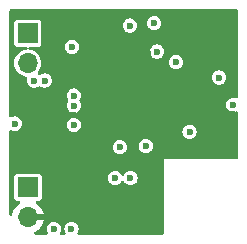
<source format=gbr>
%TF.GenerationSoftware,KiCad,Pcbnew,7.0.10*%
%TF.CreationDate,2024-03-11T17:01:08-07:00*%
%TF.ProjectId,P2.0,50322e30-2e6b-4696-9361-645f70636258,rev?*%
%TF.SameCoordinates,Original*%
%TF.FileFunction,Copper,L2,Inr*%
%TF.FilePolarity,Positive*%
%FSLAX46Y46*%
G04 Gerber Fmt 4.6, Leading zero omitted, Abs format (unit mm)*
G04 Created by KiCad (PCBNEW 7.0.10) date 2024-03-11 17:01:08*
%MOMM*%
%LPD*%
G01*
G04 APERTURE LIST*
%TA.AperFunction,ComponentPad*%
%ADD10R,1.700000X1.700000*%
%TD*%
%TA.AperFunction,ComponentPad*%
%ADD11O,1.700000X1.700000*%
%TD*%
%TA.AperFunction,ViaPad*%
%ADD12C,0.600000*%
%TD*%
%TA.AperFunction,ViaPad*%
%ADD13C,0.800000*%
%TD*%
G04 APERTURE END LIST*
D10*
%TO.N,/EEG-*%
%TO.C,J1*%
X76500000Y-51750000D03*
D11*
%TO.N,/EEG+*%
X76500000Y-54290000D03*
%TD*%
D10*
%TO.N,Net-(BT1-+)*%
%TO.C,BT1*%
X76525000Y-64800000D03*
D11*
%TO.N,GND*%
X76525000Y-67340000D03*
%TD*%
D12*
%TO.N,GND*%
X87450000Y-52300000D03*
X83850000Y-65000000D03*
X83500000Y-61400000D03*
X86650000Y-53400000D03*
X88300000Y-50900000D03*
X77900000Y-59400000D03*
X90350000Y-50900000D03*
X92850000Y-54100000D03*
X79350000Y-56700000D03*
X83700000Y-51050000D03*
X78800000Y-63200000D03*
X80400000Y-58700000D03*
X93900000Y-58600000D03*
X85300000Y-61400000D03*
X89800000Y-51400000D03*
X92350000Y-50850000D03*
X89250000Y-50900000D03*
X76800000Y-63200000D03*
X79100000Y-51050000D03*
X83300000Y-68500000D03*
X86200000Y-51050000D03*
D13*
X91000000Y-61700000D03*
D12*
X84100000Y-68500000D03*
X83300000Y-67800000D03*
X83100000Y-63050000D03*
X79100000Y-52900000D03*
X80450000Y-51950000D03*
X81200000Y-51050000D03*
X91200000Y-55800000D03*
X86600000Y-68500000D03*
%TO.N,+3V3*%
X84300000Y-61400000D03*
X90200000Y-60100000D03*
X83900000Y-64000000D03*
X87450000Y-53300000D03*
X77050000Y-55750000D03*
X80400000Y-59500000D03*
X77950000Y-55750000D03*
X85200000Y-64000000D03*
X80250000Y-52900000D03*
%TO.N,Net-(C3-Pad2)*%
X93900000Y-57800000D03*
%TO.N,Net-(C5-Pad1)*%
X87200000Y-50900000D03*
X86500000Y-61300000D03*
%TO.N,Net-(U2-IN2-)*%
X92700000Y-55500000D03*
%TO.N,STAGE_3_OUT*%
X80400000Y-57025000D03*
X80400000Y-57875000D03*
%TO.N,-3V3*%
X89050000Y-54200000D03*
X85150000Y-51100000D03*
X80200000Y-68300000D03*
X75400000Y-59400000D03*
X78700000Y-68300000D03*
%TD*%
%TA.AperFunction,Conductor*%
%TO.N,GND*%
G36*
X94242539Y-49720185D02*
G01*
X94288294Y-49772989D01*
X94299500Y-49824500D01*
X94299500Y-57129922D01*
X94279815Y-57196961D01*
X94227011Y-57242716D01*
X94157853Y-57252660D01*
X94128048Y-57244483D01*
X94056765Y-57214957D01*
X94056760Y-57214955D01*
X93900001Y-57194318D01*
X93899999Y-57194318D01*
X93743239Y-57214955D01*
X93743237Y-57214956D01*
X93597160Y-57275463D01*
X93471718Y-57371718D01*
X93375463Y-57497160D01*
X93314956Y-57643237D01*
X93314955Y-57643239D01*
X93294318Y-57799998D01*
X93294318Y-57800001D01*
X93314955Y-57956760D01*
X93314956Y-57956762D01*
X93375464Y-58102841D01*
X93471718Y-58228282D01*
X93597159Y-58324536D01*
X93743238Y-58385044D01*
X93821619Y-58395363D01*
X93899999Y-58405682D01*
X93900000Y-58405682D01*
X93900001Y-58405682D01*
X93952254Y-58398802D01*
X94056762Y-58385044D01*
X94128049Y-58355515D01*
X94197516Y-58348047D01*
X94259995Y-58379322D01*
X94295648Y-58439410D01*
X94299500Y-58470077D01*
X94299500Y-62263500D01*
X94279815Y-62330539D01*
X94227011Y-62376294D01*
X94175500Y-62387500D01*
X88000000Y-62387500D01*
X88000000Y-68675500D01*
X87980315Y-68742539D01*
X87927511Y-68788294D01*
X87876000Y-68799500D01*
X80825082Y-68799500D01*
X80758043Y-68779815D01*
X80712288Y-68727011D01*
X80702344Y-68657853D01*
X80722141Y-68610845D01*
X80720472Y-68609881D01*
X80724534Y-68602843D01*
X80724536Y-68602841D01*
X80785044Y-68456762D01*
X80805682Y-68300000D01*
X80785044Y-68143238D01*
X80724536Y-67997159D01*
X80628282Y-67871718D01*
X80502841Y-67775464D01*
X80356762Y-67714956D01*
X80356760Y-67714955D01*
X80200001Y-67694318D01*
X80199999Y-67694318D01*
X80043239Y-67714955D01*
X80043237Y-67714956D01*
X79897160Y-67775463D01*
X79771718Y-67871718D01*
X79675463Y-67997160D01*
X79614956Y-68143237D01*
X79614955Y-68143239D01*
X79594318Y-68299998D01*
X79594318Y-68300001D01*
X79614955Y-68456760D01*
X79614956Y-68456762D01*
X79675465Y-68602843D01*
X79679528Y-68609881D01*
X79677551Y-68611022D01*
X79698489Y-68665193D01*
X79684445Y-68733637D01*
X79635627Y-68783623D01*
X79574918Y-68799500D01*
X79325082Y-68799500D01*
X79258043Y-68779815D01*
X79212288Y-68727011D01*
X79202344Y-68657853D01*
X79222141Y-68610845D01*
X79220472Y-68609881D01*
X79224534Y-68602843D01*
X79224536Y-68602841D01*
X79285044Y-68456762D01*
X79305682Y-68300000D01*
X79285044Y-68143238D01*
X79224536Y-67997159D01*
X79128282Y-67871718D01*
X79002841Y-67775464D01*
X78856762Y-67714956D01*
X78856760Y-67714955D01*
X78700001Y-67694318D01*
X78699999Y-67694318D01*
X78543239Y-67714955D01*
X78543237Y-67714956D01*
X78397160Y-67775463D01*
X78271718Y-67871718D01*
X78175463Y-67997160D01*
X78114956Y-68143237D01*
X78114955Y-68143239D01*
X78094318Y-68299998D01*
X78094318Y-68300001D01*
X78114955Y-68456760D01*
X78114956Y-68456762D01*
X78175465Y-68602843D01*
X78179528Y-68609881D01*
X78177551Y-68611022D01*
X78198489Y-68665193D01*
X78184445Y-68733637D01*
X78135627Y-68783623D01*
X78074918Y-68799500D01*
X77148792Y-68799500D01*
X77081753Y-68779815D01*
X77035998Y-68727011D01*
X77026054Y-68657853D01*
X77055079Y-68594297D01*
X77096387Y-68563118D01*
X77202578Y-68513600D01*
X77396082Y-68378105D01*
X77563105Y-68211082D01*
X77698600Y-68017578D01*
X77798429Y-67803492D01*
X77798432Y-67803486D01*
X77855636Y-67590000D01*
X76958686Y-67590000D01*
X76984493Y-67549844D01*
X77025000Y-67411889D01*
X77025000Y-67268111D01*
X76984493Y-67130156D01*
X76958686Y-67090000D01*
X77855636Y-67090000D01*
X77855635Y-67089999D01*
X77798432Y-66876513D01*
X77798429Y-66876507D01*
X77698600Y-66662422D01*
X77698599Y-66662420D01*
X77563113Y-66468926D01*
X77563108Y-66468920D01*
X77396082Y-66301894D01*
X77216394Y-66176074D01*
X77172769Y-66121496D01*
X77165577Y-66051998D01*
X77197099Y-65989643D01*
X77257329Y-65954230D01*
X77287517Y-65950499D01*
X77419864Y-65950499D01*
X77419879Y-65950497D01*
X77419882Y-65950497D01*
X77444987Y-65947586D01*
X77444988Y-65947585D01*
X77444991Y-65947585D01*
X77547765Y-65902206D01*
X77627206Y-65822765D01*
X77672585Y-65719991D01*
X77675500Y-65694865D01*
X77675499Y-64000001D01*
X83294318Y-64000001D01*
X83314955Y-64156760D01*
X83314956Y-64156762D01*
X83332886Y-64200050D01*
X83375464Y-64302841D01*
X83471718Y-64428282D01*
X83597159Y-64524536D01*
X83743238Y-64585044D01*
X83821619Y-64595363D01*
X83899999Y-64605682D01*
X83900000Y-64605682D01*
X83900001Y-64605682D01*
X83952254Y-64598802D01*
X84056762Y-64585044D01*
X84202841Y-64524536D01*
X84328282Y-64428282D01*
X84424536Y-64302841D01*
X84435439Y-64276519D01*
X84479279Y-64222115D01*
X84545573Y-64200050D01*
X84613273Y-64217329D01*
X84660884Y-64268466D01*
X84664561Y-64276519D01*
X84675462Y-64302838D01*
X84675463Y-64302839D01*
X84675464Y-64302841D01*
X84771718Y-64428282D01*
X84897159Y-64524536D01*
X85043238Y-64585044D01*
X85121619Y-64595363D01*
X85199999Y-64605682D01*
X85200000Y-64605682D01*
X85200001Y-64605682D01*
X85252254Y-64598802D01*
X85356762Y-64585044D01*
X85502841Y-64524536D01*
X85628282Y-64428282D01*
X85724536Y-64302841D01*
X85785044Y-64156762D01*
X85805682Y-64000000D01*
X85793190Y-63905117D01*
X85785044Y-63843239D01*
X85785044Y-63843238D01*
X85724536Y-63697159D01*
X85628282Y-63571718D01*
X85502841Y-63475464D01*
X85356762Y-63414956D01*
X85356760Y-63414955D01*
X85200001Y-63394318D01*
X85199999Y-63394318D01*
X85043239Y-63414955D01*
X85043237Y-63414956D01*
X84897160Y-63475463D01*
X84771718Y-63571718D01*
X84675463Y-63697160D01*
X84664561Y-63723481D01*
X84620720Y-63777884D01*
X84554425Y-63799949D01*
X84486726Y-63782670D01*
X84439116Y-63731532D01*
X84435439Y-63723481D01*
X84424799Y-63697794D01*
X84424536Y-63697159D01*
X84328282Y-63571718D01*
X84202841Y-63475464D01*
X84056762Y-63414956D01*
X84056760Y-63414955D01*
X83900001Y-63394318D01*
X83899999Y-63394318D01*
X83743239Y-63414955D01*
X83743237Y-63414956D01*
X83597160Y-63475463D01*
X83471718Y-63571718D01*
X83375463Y-63697160D01*
X83314956Y-63843237D01*
X83314955Y-63843239D01*
X83294318Y-63999998D01*
X83294318Y-64000001D01*
X77675499Y-64000001D01*
X77675499Y-63905136D01*
X77675497Y-63905117D01*
X77672586Y-63880012D01*
X77672585Y-63880010D01*
X77672585Y-63880009D01*
X77627206Y-63777235D01*
X77547765Y-63697794D01*
X77546327Y-63697159D01*
X77444992Y-63652415D01*
X77419865Y-63649500D01*
X75630143Y-63649500D01*
X75630117Y-63649502D01*
X75605012Y-63652413D01*
X75605008Y-63652415D01*
X75502235Y-63697793D01*
X75422794Y-63777234D01*
X75377415Y-63880006D01*
X75377415Y-63880008D01*
X75374500Y-63905131D01*
X75374500Y-65694856D01*
X75374502Y-65694882D01*
X75377413Y-65719987D01*
X75377415Y-65719991D01*
X75422793Y-65822764D01*
X75422794Y-65822765D01*
X75502235Y-65902206D01*
X75605009Y-65947585D01*
X75630135Y-65950500D01*
X75762483Y-65950499D01*
X75829520Y-65970183D01*
X75875275Y-66022987D01*
X75885219Y-66092145D01*
X75856195Y-66155701D01*
X75833605Y-66176074D01*
X75653922Y-66301890D01*
X75653920Y-66301891D01*
X75486891Y-66468920D01*
X75486886Y-66468926D01*
X75351400Y-66662420D01*
X75351399Y-66662422D01*
X75251570Y-66876507D01*
X75251566Y-66876516D01*
X75194275Y-67090333D01*
X75157910Y-67149994D01*
X75095063Y-67180523D01*
X75025688Y-67172228D01*
X74971810Y-67127743D01*
X74950535Y-67061191D01*
X74950500Y-67058240D01*
X74950500Y-61400001D01*
X83694318Y-61400001D01*
X83714955Y-61556760D01*
X83714956Y-61556762D01*
X83775464Y-61702841D01*
X83871718Y-61828282D01*
X83997159Y-61924536D01*
X84143238Y-61985044D01*
X84221619Y-61995363D01*
X84299999Y-62005682D01*
X84300000Y-62005682D01*
X84300001Y-62005682D01*
X84352254Y-61998802D01*
X84456762Y-61985044D01*
X84602841Y-61924536D01*
X84728282Y-61828282D01*
X84824536Y-61702841D01*
X84885044Y-61556762D01*
X84905682Y-61400000D01*
X84892517Y-61300001D01*
X85894318Y-61300001D01*
X85914955Y-61456760D01*
X85914956Y-61456762D01*
X85956376Y-61556760D01*
X85975464Y-61602841D01*
X86071718Y-61728282D01*
X86197159Y-61824536D01*
X86343238Y-61885044D01*
X86421619Y-61895363D01*
X86499999Y-61905682D01*
X86500000Y-61905682D01*
X86500001Y-61905682D01*
X86552254Y-61898802D01*
X86656762Y-61885044D01*
X86802841Y-61824536D01*
X86928282Y-61728282D01*
X87024536Y-61602841D01*
X87085044Y-61456762D01*
X87105682Y-61300000D01*
X87085044Y-61143238D01*
X87024536Y-60997159D01*
X86928282Y-60871718D01*
X86802841Y-60775464D01*
X86656762Y-60714956D01*
X86656760Y-60714955D01*
X86500001Y-60694318D01*
X86499999Y-60694318D01*
X86343239Y-60714955D01*
X86343237Y-60714956D01*
X86197160Y-60775463D01*
X86071718Y-60871718D01*
X85975463Y-60997160D01*
X85914956Y-61143237D01*
X85914955Y-61143239D01*
X85894318Y-61299998D01*
X85894318Y-61300001D01*
X84892517Y-61300001D01*
X84885044Y-61243238D01*
X84824536Y-61097159D01*
X84728282Y-60971718D01*
X84602841Y-60875464D01*
X84593797Y-60871718D01*
X84456762Y-60814956D01*
X84456760Y-60814955D01*
X84300001Y-60794318D01*
X84299999Y-60794318D01*
X84143239Y-60814955D01*
X84143237Y-60814956D01*
X83997160Y-60875463D01*
X83871718Y-60971718D01*
X83775463Y-61097160D01*
X83714956Y-61243237D01*
X83714955Y-61243239D01*
X83694318Y-61399998D01*
X83694318Y-61400001D01*
X74950500Y-61400001D01*
X74950500Y-60049366D01*
X74970185Y-59982327D01*
X75022989Y-59936572D01*
X75092147Y-59926628D01*
X75121945Y-59934802D01*
X75243238Y-59985044D01*
X75321619Y-59995363D01*
X75399999Y-60005682D01*
X75400000Y-60005682D01*
X75400001Y-60005682D01*
X75452254Y-59998802D01*
X75556762Y-59985044D01*
X75702841Y-59924536D01*
X75828282Y-59828282D01*
X75924536Y-59702841D01*
X75985044Y-59556762D01*
X75992517Y-59500001D01*
X79794318Y-59500001D01*
X79814955Y-59656760D01*
X79814956Y-59656762D01*
X79875464Y-59802841D01*
X79971718Y-59928282D01*
X80097159Y-60024536D01*
X80243238Y-60085044D01*
X80321619Y-60095363D01*
X80399999Y-60105682D01*
X80400000Y-60105682D01*
X80400001Y-60105682D01*
X80443148Y-60100001D01*
X89594318Y-60100001D01*
X89614955Y-60256760D01*
X89614956Y-60256762D01*
X89675464Y-60402841D01*
X89771718Y-60528282D01*
X89897159Y-60624536D01*
X90043238Y-60685044D01*
X90113681Y-60694318D01*
X90199999Y-60705682D01*
X90200000Y-60705682D01*
X90200001Y-60705682D01*
X90252254Y-60698802D01*
X90356762Y-60685044D01*
X90502841Y-60624536D01*
X90628282Y-60528282D01*
X90724536Y-60402841D01*
X90785044Y-60256762D01*
X90805682Y-60100000D01*
X90785044Y-59943238D01*
X90724536Y-59797159D01*
X90628282Y-59671718D01*
X90502841Y-59575464D01*
X90457690Y-59556762D01*
X90356762Y-59514956D01*
X90356760Y-59514955D01*
X90200001Y-59494318D01*
X90199999Y-59494318D01*
X90043239Y-59514955D01*
X90043237Y-59514956D01*
X89897160Y-59575463D01*
X89771718Y-59671718D01*
X89675463Y-59797160D01*
X89614956Y-59943237D01*
X89614955Y-59943239D01*
X89594318Y-60099998D01*
X89594318Y-60100001D01*
X80443148Y-60100001D01*
X80452254Y-60098802D01*
X80556762Y-60085044D01*
X80702841Y-60024536D01*
X80828282Y-59928282D01*
X80924536Y-59802841D01*
X80985044Y-59656762D01*
X81005682Y-59500000D01*
X80985044Y-59343238D01*
X80924536Y-59197159D01*
X80828282Y-59071718D01*
X80702841Y-58975464D01*
X80693797Y-58971718D01*
X80556762Y-58914956D01*
X80556760Y-58914955D01*
X80400001Y-58894318D01*
X80399999Y-58894318D01*
X80243239Y-58914955D01*
X80243237Y-58914956D01*
X80097160Y-58975463D01*
X79971718Y-59071718D01*
X79875463Y-59197160D01*
X79814956Y-59343237D01*
X79814955Y-59343239D01*
X79794318Y-59499998D01*
X79794318Y-59500001D01*
X75992517Y-59500001D01*
X76005682Y-59400000D01*
X75985044Y-59243238D01*
X75924536Y-59097159D01*
X75828282Y-58971718D01*
X75702841Y-58875464D01*
X75620574Y-58841388D01*
X75556762Y-58814956D01*
X75556760Y-58814955D01*
X75400001Y-58794318D01*
X75399999Y-58794318D01*
X75243239Y-58814955D01*
X75243237Y-58814956D01*
X75121953Y-58865194D01*
X75052483Y-58872663D01*
X74990004Y-58841388D01*
X74954352Y-58781299D01*
X74950500Y-58750633D01*
X74950500Y-57875001D01*
X79794318Y-57875001D01*
X79814955Y-58031760D01*
X79814956Y-58031762D01*
X79875464Y-58177841D01*
X79971718Y-58303282D01*
X80097159Y-58399536D01*
X80243238Y-58460044D01*
X80319447Y-58470077D01*
X80399999Y-58480682D01*
X80400000Y-58480682D01*
X80400001Y-58480682D01*
X80480553Y-58470077D01*
X80556762Y-58460044D01*
X80702841Y-58399536D01*
X80828282Y-58303282D01*
X80924536Y-58177841D01*
X80985044Y-58031762D01*
X81005682Y-57875000D01*
X80985044Y-57718238D01*
X80924536Y-57572159D01*
X80924535Y-57572157D01*
X80888723Y-57525487D01*
X80863528Y-57460318D01*
X80877566Y-57391873D01*
X80888723Y-57374513D01*
X80924535Y-57327842D01*
X80924534Y-57327842D01*
X80924536Y-57327841D01*
X80985044Y-57181762D01*
X81005682Y-57025000D01*
X80985044Y-56868238D01*
X80924536Y-56722159D01*
X80828282Y-56596718D01*
X80702841Y-56500464D01*
X80556762Y-56439956D01*
X80556760Y-56439955D01*
X80400001Y-56419318D01*
X80399999Y-56419318D01*
X80243239Y-56439955D01*
X80243237Y-56439956D01*
X80097160Y-56500463D01*
X79971718Y-56596718D01*
X79875463Y-56722160D01*
X79814956Y-56868237D01*
X79814955Y-56868239D01*
X79794318Y-57024998D01*
X79794318Y-57025001D01*
X79814955Y-57181760D01*
X79814956Y-57181762D01*
X79875464Y-57327841D01*
X79911277Y-57374515D01*
X79936470Y-57439684D01*
X79922431Y-57508129D01*
X79911277Y-57525485D01*
X79875464Y-57572158D01*
X79814956Y-57718237D01*
X79814955Y-57718239D01*
X79794318Y-57874998D01*
X79794318Y-57875001D01*
X74950500Y-57875001D01*
X74950500Y-54290000D01*
X75344571Y-54290000D01*
X75364244Y-54502310D01*
X75400086Y-54628281D01*
X75422596Y-54707392D01*
X75422596Y-54707394D01*
X75517632Y-54898253D01*
X75517634Y-54898255D01*
X75646128Y-55068407D01*
X75803698Y-55212052D01*
X75984981Y-55324298D01*
X76183802Y-55401321D01*
X76368863Y-55435915D01*
X76431142Y-55467582D01*
X76466415Y-55527895D01*
X76465895Y-55585164D01*
X76466017Y-55585180D01*
X76465886Y-55586169D01*
X76465853Y-55589888D01*
X76464956Y-55593234D01*
X76444318Y-55749998D01*
X76444318Y-55750001D01*
X76464955Y-55906760D01*
X76464956Y-55906762D01*
X76525464Y-56052841D01*
X76621718Y-56178282D01*
X76747159Y-56274536D01*
X76893238Y-56335044D01*
X76971619Y-56345363D01*
X77049999Y-56355682D01*
X77050000Y-56355682D01*
X77050001Y-56355682D01*
X77102254Y-56348802D01*
X77206762Y-56335044D01*
X77352841Y-56274536D01*
X77424513Y-56219539D01*
X77489682Y-56194345D01*
X77558127Y-56208383D01*
X77575487Y-56219540D01*
X77647157Y-56274535D01*
X77647158Y-56274535D01*
X77647159Y-56274536D01*
X77793238Y-56335044D01*
X77871619Y-56345363D01*
X77949999Y-56355682D01*
X77950000Y-56355682D01*
X77950001Y-56355682D01*
X78002254Y-56348802D01*
X78106762Y-56335044D01*
X78252841Y-56274536D01*
X78378282Y-56178282D01*
X78474536Y-56052841D01*
X78535044Y-55906762D01*
X78555682Y-55750000D01*
X78535044Y-55593238D01*
X78496424Y-55500001D01*
X92094318Y-55500001D01*
X92114955Y-55656760D01*
X92114956Y-55656762D01*
X92153576Y-55750000D01*
X92175464Y-55802841D01*
X92271718Y-55928282D01*
X92397159Y-56024536D01*
X92543238Y-56085044D01*
X92621619Y-56095363D01*
X92699999Y-56105682D01*
X92700000Y-56105682D01*
X92700001Y-56105682D01*
X92752254Y-56098802D01*
X92856762Y-56085044D01*
X93002841Y-56024536D01*
X93128282Y-55928282D01*
X93224536Y-55802841D01*
X93285044Y-55656762D01*
X93305682Y-55500000D01*
X93298725Y-55447159D01*
X93285044Y-55343239D01*
X93285044Y-55343238D01*
X93224536Y-55197159D01*
X93128282Y-55071718D01*
X93002841Y-54975464D01*
X92856762Y-54914956D01*
X92856760Y-54914955D01*
X92700001Y-54894318D01*
X92699999Y-54894318D01*
X92543239Y-54914955D01*
X92543237Y-54914956D01*
X92397160Y-54975463D01*
X92271718Y-55071718D01*
X92175463Y-55197160D01*
X92114956Y-55343237D01*
X92114955Y-55343239D01*
X92094318Y-55499998D01*
X92094318Y-55500001D01*
X78496424Y-55500001D01*
X78474536Y-55447159D01*
X78378282Y-55321718D01*
X78252841Y-55225464D01*
X78106762Y-55164956D01*
X78106760Y-55164955D01*
X77950001Y-55144318D01*
X77949999Y-55144318D01*
X77793239Y-55164955D01*
X77793237Y-55164956D01*
X77647157Y-55225464D01*
X77575485Y-55280460D01*
X77510315Y-55305654D01*
X77441870Y-55291615D01*
X77424513Y-55280460D01*
X77376021Y-55243251D01*
X77334820Y-55186826D01*
X77330665Y-55117080D01*
X77352555Y-55070150D01*
X77353869Y-55068409D01*
X77353872Y-55068407D01*
X77482366Y-54898255D01*
X77484326Y-54894318D01*
X77577403Y-54707394D01*
X77577403Y-54707393D01*
X77577405Y-54707389D01*
X77635756Y-54502310D01*
X77655429Y-54290000D01*
X77647090Y-54200001D01*
X88444318Y-54200001D01*
X88464955Y-54356760D01*
X88464956Y-54356762D01*
X88525464Y-54502841D01*
X88621718Y-54628282D01*
X88747159Y-54724536D01*
X88893238Y-54785044D01*
X88971619Y-54795363D01*
X89049999Y-54805682D01*
X89050000Y-54805682D01*
X89050001Y-54805682D01*
X89102254Y-54798802D01*
X89206762Y-54785044D01*
X89352841Y-54724536D01*
X89478282Y-54628282D01*
X89574536Y-54502841D01*
X89635044Y-54356762D01*
X89655682Y-54200000D01*
X89635044Y-54043238D01*
X89574536Y-53897159D01*
X89478282Y-53771718D01*
X89352841Y-53675464D01*
X89206762Y-53614956D01*
X89206760Y-53614955D01*
X89050001Y-53594318D01*
X89049999Y-53594318D01*
X88893239Y-53614955D01*
X88893237Y-53614956D01*
X88747160Y-53675463D01*
X88621718Y-53771718D01*
X88525463Y-53897160D01*
X88464956Y-54043237D01*
X88464955Y-54043239D01*
X88444318Y-54199998D01*
X88444318Y-54200001D01*
X77647090Y-54200001D01*
X77635756Y-54077690D01*
X77577405Y-53872611D01*
X77577403Y-53872606D01*
X77577403Y-53872605D01*
X77482367Y-53681746D01*
X77353872Y-53511593D01*
X77324748Y-53485043D01*
X77196302Y-53367948D01*
X77015019Y-53255702D01*
X77015017Y-53255701D01*
X76878568Y-53202841D01*
X76816198Y-53178679D01*
X76643456Y-53146387D01*
X76581176Y-53114719D01*
X76545903Y-53054407D01*
X76548837Y-52984599D01*
X76589046Y-52927459D01*
X76653764Y-52901128D01*
X76666233Y-52900499D01*
X77394864Y-52900499D01*
X77394879Y-52900497D01*
X77394882Y-52900497D01*
X77399160Y-52900001D01*
X79644318Y-52900001D01*
X79664955Y-53056760D01*
X79664956Y-53056762D01*
X79700775Y-53143238D01*
X79725464Y-53202841D01*
X79821718Y-53328282D01*
X79947159Y-53424536D01*
X80093238Y-53485044D01*
X80171619Y-53495363D01*
X80249999Y-53505682D01*
X80250000Y-53505682D01*
X80250001Y-53505682D01*
X80302254Y-53498802D01*
X80406762Y-53485044D01*
X80552841Y-53424536D01*
X80678282Y-53328282D01*
X80699983Y-53300001D01*
X86844318Y-53300001D01*
X86864955Y-53456760D01*
X86864956Y-53456762D01*
X86921933Y-53594318D01*
X86925464Y-53602841D01*
X87021718Y-53728282D01*
X87147159Y-53824536D01*
X87293238Y-53885044D01*
X87371619Y-53895363D01*
X87449999Y-53905682D01*
X87450000Y-53905682D01*
X87450001Y-53905682D01*
X87514739Y-53897159D01*
X87606762Y-53885044D01*
X87752841Y-53824536D01*
X87878282Y-53728282D01*
X87974536Y-53602841D01*
X88035044Y-53456762D01*
X88055682Y-53300000D01*
X88035044Y-53143238D01*
X87974536Y-52997159D01*
X87878282Y-52871718D01*
X87752841Y-52775464D01*
X87606762Y-52714956D01*
X87606760Y-52714955D01*
X87450001Y-52694318D01*
X87449999Y-52694318D01*
X87293239Y-52714955D01*
X87293237Y-52714956D01*
X87147160Y-52775463D01*
X87021718Y-52871718D01*
X86925463Y-52997160D01*
X86864956Y-53143237D01*
X86864955Y-53143239D01*
X86844318Y-53299998D01*
X86844318Y-53300001D01*
X80699983Y-53300001D01*
X80774536Y-53202841D01*
X80835044Y-53056762D01*
X80853025Y-52920183D01*
X80855682Y-52900001D01*
X80855682Y-52899998D01*
X80835044Y-52743239D01*
X80835044Y-52743238D01*
X80774536Y-52597159D01*
X80678282Y-52471718D01*
X80552841Y-52375464D01*
X80406762Y-52314956D01*
X80406760Y-52314955D01*
X80250001Y-52294318D01*
X80249999Y-52294318D01*
X80093239Y-52314955D01*
X80093237Y-52314956D01*
X79947160Y-52375463D01*
X79821718Y-52471718D01*
X79725463Y-52597160D01*
X79664956Y-52743237D01*
X79664955Y-52743239D01*
X79644318Y-52899998D01*
X79644318Y-52900001D01*
X77399160Y-52900001D01*
X77419987Y-52897586D01*
X77419988Y-52897585D01*
X77419991Y-52897585D01*
X77522765Y-52852206D01*
X77602206Y-52772765D01*
X77647585Y-52669991D01*
X77650500Y-52644865D01*
X77650499Y-51100001D01*
X84544318Y-51100001D01*
X84564955Y-51256760D01*
X84564956Y-51256762D01*
X84625464Y-51402841D01*
X84721718Y-51528282D01*
X84847159Y-51624536D01*
X84993238Y-51685044D01*
X85071619Y-51695363D01*
X85149999Y-51705682D01*
X85150000Y-51705682D01*
X85150001Y-51705682D01*
X85202254Y-51698802D01*
X85306762Y-51685044D01*
X85452841Y-51624536D01*
X85578282Y-51528282D01*
X85674536Y-51402841D01*
X85735044Y-51256762D01*
X85755682Y-51100000D01*
X85749989Y-51056760D01*
X85735044Y-50943239D01*
X85735044Y-50943238D01*
X85717135Y-50900001D01*
X86594318Y-50900001D01*
X86614955Y-51056760D01*
X86614956Y-51056762D01*
X86675464Y-51202841D01*
X86771718Y-51328282D01*
X86897159Y-51424536D01*
X87043238Y-51485044D01*
X87121619Y-51495363D01*
X87199999Y-51505682D01*
X87200000Y-51505682D01*
X87200001Y-51505682D01*
X87252254Y-51498802D01*
X87356762Y-51485044D01*
X87502841Y-51424536D01*
X87628282Y-51328282D01*
X87724536Y-51202841D01*
X87785044Y-51056762D01*
X87805682Y-50900000D01*
X87799776Y-50855143D01*
X87785044Y-50743239D01*
X87785044Y-50743238D01*
X87724536Y-50597159D01*
X87628282Y-50471718D01*
X87502841Y-50375464D01*
X87356762Y-50314956D01*
X87356760Y-50314955D01*
X87200001Y-50294318D01*
X87199999Y-50294318D01*
X87043239Y-50314955D01*
X87043237Y-50314956D01*
X86897160Y-50375463D01*
X86771718Y-50471718D01*
X86675463Y-50597160D01*
X86614956Y-50743237D01*
X86614955Y-50743239D01*
X86594318Y-50899998D01*
X86594318Y-50900001D01*
X85717135Y-50900001D01*
X85674536Y-50797159D01*
X85578282Y-50671718D01*
X85452841Y-50575464D01*
X85306762Y-50514956D01*
X85306760Y-50514955D01*
X85150001Y-50494318D01*
X85149999Y-50494318D01*
X84993239Y-50514955D01*
X84993237Y-50514956D01*
X84847160Y-50575463D01*
X84721718Y-50671718D01*
X84625463Y-50797160D01*
X84564956Y-50943237D01*
X84564955Y-50943239D01*
X84544318Y-51099998D01*
X84544318Y-51100001D01*
X77650499Y-51100001D01*
X77650499Y-50855136D01*
X77650497Y-50855117D01*
X77647586Y-50830012D01*
X77647585Y-50830010D01*
X77647585Y-50830009D01*
X77602206Y-50727235D01*
X77522765Y-50647794D01*
X77522763Y-50647793D01*
X77419992Y-50602415D01*
X77394865Y-50599500D01*
X75605143Y-50599500D01*
X75605117Y-50599502D01*
X75580012Y-50602413D01*
X75580008Y-50602415D01*
X75477235Y-50647793D01*
X75397794Y-50727234D01*
X75352415Y-50830006D01*
X75352415Y-50830008D01*
X75349500Y-50855131D01*
X75349500Y-52644856D01*
X75349502Y-52644882D01*
X75352413Y-52669987D01*
X75352415Y-52669991D01*
X75397793Y-52772764D01*
X75397794Y-52772765D01*
X75477235Y-52852206D01*
X75580009Y-52897585D01*
X75605135Y-52900500D01*
X76333758Y-52900499D01*
X76400795Y-52920183D01*
X76446550Y-52972987D01*
X76456494Y-53042146D01*
X76427469Y-53105702D01*
X76368691Y-53143476D01*
X76356542Y-53146388D01*
X76300116Y-53156935D01*
X76183802Y-53178679D01*
X76183800Y-53178679D01*
X76183798Y-53178680D01*
X75984982Y-53255701D01*
X75984980Y-53255702D01*
X75803699Y-53367947D01*
X75646127Y-53511593D01*
X75517632Y-53681746D01*
X75422596Y-53872605D01*
X75422596Y-53872607D01*
X75364244Y-54077689D01*
X75352911Y-54200000D01*
X75344571Y-54290000D01*
X74950500Y-54290000D01*
X74950500Y-49824500D01*
X74970185Y-49757461D01*
X75022989Y-49711706D01*
X75074500Y-49700500D01*
X94175500Y-49700500D01*
X94242539Y-49720185D01*
G37*
%TD.AperFunction*%
%TD*%
M02*

</source>
